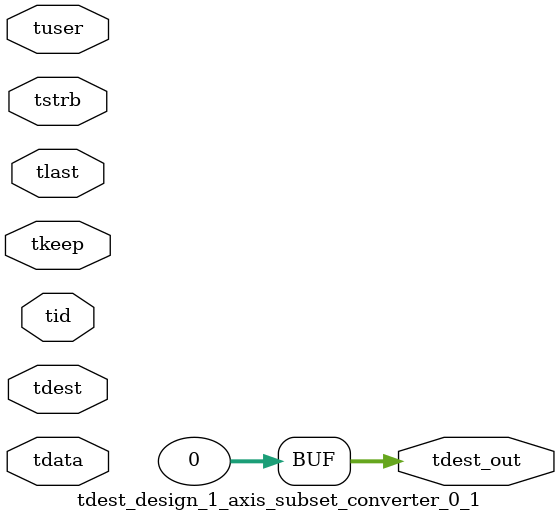
<source format=v>


`timescale 1ps/1ps

module tdest_design_1_axis_subset_converter_0_1 #
(
parameter C_S_AXIS_TDATA_WIDTH = 32,
parameter C_S_AXIS_TUSER_WIDTH = 0,
parameter C_S_AXIS_TID_WIDTH   = 0,
parameter C_S_AXIS_TDEST_WIDTH = 0,
parameter C_M_AXIS_TDEST_WIDTH = 32
)
(
input  [(C_S_AXIS_TDATA_WIDTH == 0 ? 1 : C_S_AXIS_TDATA_WIDTH)-1:0     ] tdata,
input  [(C_S_AXIS_TUSER_WIDTH == 0 ? 1 : C_S_AXIS_TUSER_WIDTH)-1:0     ] tuser,
input  [(C_S_AXIS_TID_WIDTH   == 0 ? 1 : C_S_AXIS_TID_WIDTH)-1:0       ] tid,
input  [(C_S_AXIS_TDEST_WIDTH == 0 ? 1 : C_S_AXIS_TDEST_WIDTH)-1:0     ] tdest,
input  [(C_S_AXIS_TDATA_WIDTH/8)-1:0 ] tkeep,
input  [(C_S_AXIS_TDATA_WIDTH/8)-1:0 ] tstrb,
input                                                                    tlast,
output [C_M_AXIS_TDEST_WIDTH-1:0] tdest_out
);

assign tdest_out = {1'b0};

endmodule


</source>
